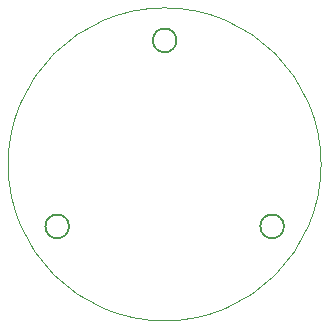
<source format=gbr>
%TF.GenerationSoftware,KiCad,Pcbnew,(5.1.5)-3*%
%TF.CreationDate,2021-01-24T02:28:13+08:00*%
%TF.ProjectId,STM32_FOC,53544d33-325f-4464-9f43-2e6b69636164,rev?*%
%TF.SameCoordinates,Original*%
%TF.FileFunction,Profile,NP*%
%FSLAX46Y46*%
G04 Gerber Fmt 4.6, Leading zero omitted, Abs format (unit mm)*
G04 Created by KiCad (PCBNEW (5.1.5)-3) date 2021-01-24 02:28:13*
%MOMM*%
%LPD*%
G04 APERTURE LIST*
%TA.AperFunction,Profile*%
%ADD10C,0.150000*%
%TD*%
%TA.AperFunction,Profile*%
%ADD11C,0.050000*%
%TD*%
G04 APERTURE END LIST*
D10*
X101000000Y-89500000D02*
G75*
G03X101000000Y-89500000I-1000000J0D01*
G01*
X110100000Y-105250000D02*
G75*
G03X110100000Y-105250000I-1000000J0D01*
G01*
X91900000Y-105250000D02*
G75*
G03X91900000Y-105250000I-1000000J0D01*
G01*
D11*
X113250000Y-100000000D02*
G75*
G03X113250000Y-100000000I-13250000J0D01*
G01*
M02*

</source>
